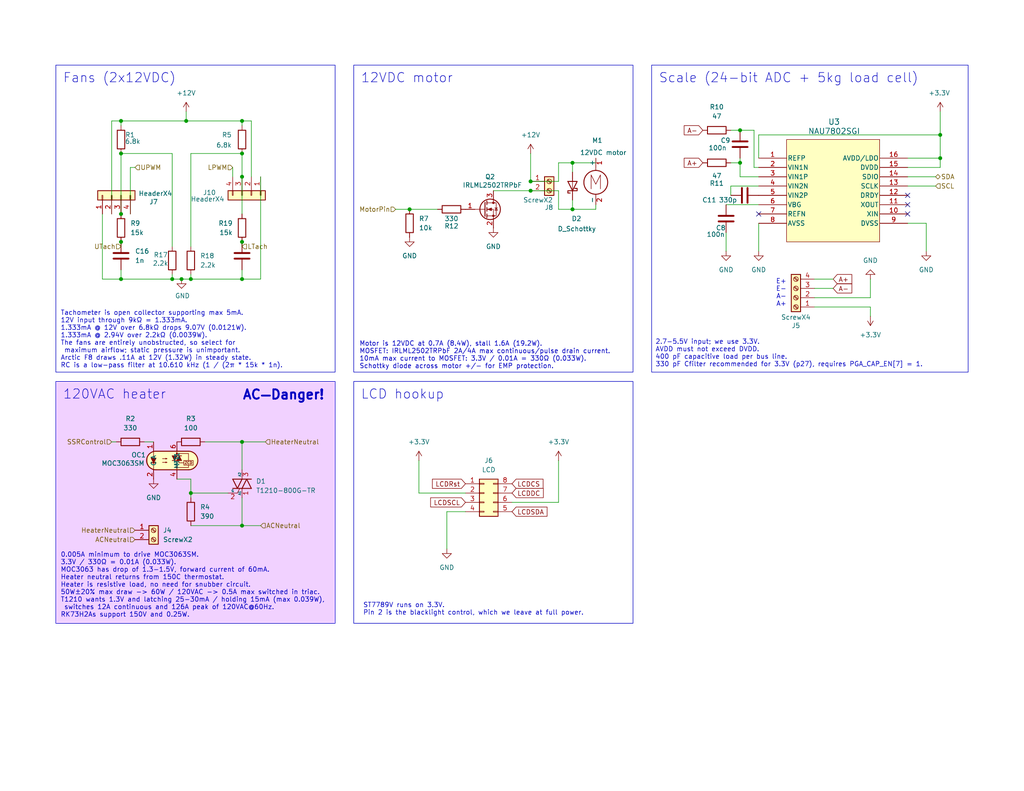
<source format=kicad_sch>
(kicad_sch (version 20250114) (generator "eeschema") (generator_version "9.0")
  (paper "USLetter")
  (title_block (title "dankdryer") (date "2025-03-26") (rev "2.1.2") (company "dirty south supercomputing") (comment 1 "nick black"))
  (lib_symbols
    (symbol "C_1" (pin_numbers (hide yes)) (pin_names (offset 0.254))
      (property "Reference" "C" (at 0.635 2.54 0))
      (property "Value" "C" (at 0.635 -2.54 0))
      (symbol "C_1_0_1"
        (polyline (pts (xy -2.032 0.762) (xy 2.032 0.762)) (stroke (width 0.508)))
        (polyline (pts (xy -2.032 -0.762) (xy 2.032 -0.762)) (stroke (width 0.508)))
      )
      (symbol "C_1_1_1"
        (pin passive line (at 0 3.81 270) (length 2.794) (name "~") (number "1"))
        (pin passive line (at 0 -3.81 90) (length 2.794) (name "~") (number "2"))
      )
    )
    (symbol "Connector:Screw_Terminal_01x02" (pin_names (offset 1.016) (hide yes))
      (property "Reference" "J" (at 0 2.54 0))
      (property "Value" "Screw_Terminal_01x02" (at 0 -5.08 0))
      (symbol "Screw_Terminal_01x02_1_1"
        (rectangle (start -1.27 1.27) (end 1.27 -3.81) (stroke (width 0.254)) (fill (type background)))
        (polyline (pts (xy -0.5334 0.3302) (xy 0.3302 -0.508)) (stroke (width 0.1524)))
        (polyline (pts (xy -0.5334 -2.2098) (xy 0.3302 -3.048)) (stroke (width 0.1524)))
        (polyline (pts (xy -0.3556 0.508) (xy 0.508 -0.3302)) (stroke (width 0.1524)))
        (polyline (pts (xy -0.3556 -2.032) (xy 0.508 -2.8702)) (stroke (width 0.1524)))
        (circle (center 0 0) (radius 0.635) (stroke (width 0.1524)))
        (circle (center 0 -2.54) (radius 0.635) (stroke (width 0.1524)))
        (pin passive line (at -5.08 0 0) (length 3.81) (name "Pin_1") (number "1"))
        (pin passive line (at -5.08 -2.54 0) (length 3.81) (name "Pin_2") (number "2"))
      )
    )
    (symbol "Connector:Screw_Terminal_01x04" (pin_names (offset 1.016) (hide yes))
      (property "Reference" "J" (at 0 5.08 0))
      (property "Value" "Screw_Terminal_01x04" (at 0 -7.62 0))
      (symbol "Screw_Terminal_01x04_1_1"
        (rectangle (start -1.27 3.81) (end 1.27 -6.35) (stroke (width 0.254)) (fill (type background)))
        (polyline (pts (xy -0.5334 2.8702) (xy 0.3302 2.032)) (stroke (width 0.1524)))
        (polyline (pts (xy -0.5334 0.3302) (xy 0.3302 -0.508)) (stroke (width 0.1524)))
        (polyline (pts (xy -0.5334 -2.2098) (xy 0.3302 -3.048)) (stroke (width 0.1524)))
        (polyline (pts (xy -0.5334 -4.7498) (xy 0.3302 -5.588)) (stroke (width 0.1524)))
        (polyline (pts (xy -0.3556 3.048) (xy 0.508 2.2098)) (stroke (width 0.1524)))
        (polyline (pts (xy -0.3556 0.508) (xy 0.508 -0.3302)) (stroke (width 0.1524)))
        (polyline (pts (xy -0.3556 -2.032) (xy 0.508 -2.8702)) (stroke (width 0.1524)))
        (polyline (pts (xy -0.3556 -4.572) (xy 0.508 -5.4102)) (stroke (width 0.1524)))
        (circle (center 0 2.54) (radius 0.635) (stroke (width 0.1524)))
        (circle (center 0 0) (radius 0.635) (stroke (width 0.1524)))
        (circle (center 0 -2.54) (radius 0.635) (stroke (width 0.1524)))
        (circle (center 0 -5.08) (radius 0.635) (stroke (width 0.1524)))
        (pin passive line (at -5.08 2.54 0) (length 3.81) (name "Pin_1") (number "1"))
        (pin passive line (at -5.08 0 0) (length 3.81) (name "Pin_2") (number "2"))
        (pin passive line (at -5.08 -2.54 0) (length 3.81) (name "Pin_3") (number "3"))
        (pin passive line (at -5.08 -5.08 0) (length 3.81) (name "Pin_4") (number "4"))
      )
    )
    (symbol "Connector_Generic:Conn_01x04" (pin_names (offset 1.016) (hide yes))
      (property "Reference" "J" (at 0 5.08 0))
      (property "Value" "Conn_01x04" (at 0 -7.62 0))
      (symbol "Conn_01x04_1_1"
        (rectangle (start -1.27 3.81) (end 1.27 -6.35) (stroke (width 0.254)) (fill (type background)))
        (rectangle (start -1.27 2.667) (end 0 2.413) (stroke (width 0.1524)))
        (rectangle (start -1.27 0.127) (end 0 -0.127) (stroke (width 0.1524)))
        (rectangle (start -1.27 -2.413) (end 0 -2.667) (stroke (width 0.1524)))
        (rectangle (start -1.27 -4.953) (end 0 -5.207) (stroke (width 0.1524)))
        (pin passive line (at -5.08 2.54 0) (length 3.81) (name "Pin_1") (number "1"))
        (pin passive line (at -5.08 0 0) (length 3.81) (name "Pin_2") (number "2"))
        (pin passive line (at -5.08 -2.54 0) (length 3.81) (name "Pin_3") (number "3"))
        (pin passive line (at -5.08 -5.08 0) (length 3.81) (name "Pin_4") (number "4"))
      )
    )
    (symbol "Connector_Generic:Conn_02x04_Counter_Clockwise" (pin_names (offset 1.016) (hide yes))
      (property "Reference" "J" (at 1.27 5.08 0))
      (property "Value" "Conn_02x04_Counter_Clockwise" (at 1.27 -7.62 0))
      (symbol "Conn_02x04_Counter_Clockwise_1_1"
        (rectangle (start -1.27 3.81) (end 3.81 -6.35) (stroke (width 0.254)) (fill (type background)))
        (rectangle (start -1.27 2.667) (end 0 2.413) (stroke (width 0.1524)))
        (rectangle (start -1.27 0.127) (end 0 -0.127) (stroke (width 0.1524)))
        (rectangle (start -1.27 -2.413) (end 0 -2.667) (stroke (width 0.1524)))
        (rectangle (start -1.27 -4.953) (end 0 -5.207) (stroke (width 0.1524)))
        (rectangle (start 3.81 2.667) (end 2.54 2.413) (stroke (width 0.1524)))
        (rectangle (start 3.81 0.127) (end 2.54 -0.127) (stroke (width 0.1524)))
        (rectangle (start 3.81 -2.413) (end 2.54 -2.667) (stroke (width 0.1524)))
        (rectangle (start 3.81 -4.953) (end 2.54 -5.207) (stroke (width 0.1524)))
        (pin passive line (at -5.08 2.54 0) (length 3.81) (name "Pin_1") (number "1"))
        (pin passive line (at -5.08 0 0) (length 3.81) (name "Pin_2") (number "2"))
        (pin passive line (at -5.08 -2.54 0) (length 3.81) (name "Pin_3") (number "3"))
        (pin passive line (at -5.08 -5.08 0) (length 3.81) (name "Pin_4") (number "4"))
        (pin passive line (at 7.62 2.54 180) (length 3.81) (name "Pin_8") (number "8"))
        (pin passive line (at 7.62 0 180) (length 3.81) (name "Pin_7") (number "7"))
        (pin passive line (at 7.62 -2.54 180) (length 3.81) (name "Pin_6") (number "6"))
        (pin passive line (at 7.62 -5.08 180) (length 3.81) (name "Pin_5") (number "5"))
      )
    )
    (symbol "Device:C" (pin_numbers (hide yes)) (pin_names (offset 0.254))
      (property "Reference" "C" (at 0.635 2.54 0))
      (property "Value" "C" (at 0.635 -2.54 0))
      (symbol "C_0_1"
        (polyline (pts (xy -2.032 0.762) (xy 2.032 0.762)) (stroke (width 0.508)))
        (polyline (pts (xy -2.032 -0.762) (xy 2.032 -0.762)) (stroke (width 0.508)))
      )
      (symbol "C_1_1"
        (pin passive line (at 0 3.81 270) (length 2.794) (name "~") (number "1"))
        (pin passive line (at 0 -3.81 90) (length 2.794) (name "~") (number "2"))
      )
    )
    (symbol "Device:D_Schottky" (pin_numbers (hide yes)) (pin_names (offset 1.016) (hide yes))
      (property "Reference" "D" (at 0 2.54 0))
      (property "Value" "D_Schottky" (at 0 -2.54 0))
      (symbol "D_Schottky_0_1"
        (polyline (pts (xy -1.905 0.635) (xy -1.905 1.27) (xy -1.27 1.27) (xy -1.27 -1.27) (xy -0.635 -1.27) (xy -0.635 -0.635)) (stroke (width 0.254)))
        (polyline (pts (xy 1.27 1.27) (xy 1.27 -1.27) (xy -1.27 0) (xy 1.27 1.27)) (stroke (width 0.254)))
        (polyline (pts (xy 1.27 0) (xy -1.27 0)))
      )
      (symbol "D_Schottky_1_1"
        (pin passive line (at -3.81 0 0) (length 2.54) (name "K") (number "1"))
        (pin passive line (at 3.81 0 180) (length 2.54) (name "A") (number "2"))
      )
    )
    (symbol "Device:R" (pin_numbers (hide yes)) (pin_names (offset 0))
      (property "Reference" "R" (at 2.032 0 90))
      (property "Value" "R" (at 0 0 90))
      (symbol "R_0_1"
        (rectangle (start -1.016 -2.54) (end 1.016 2.54) (stroke (width 0.254)))
      )
      (symbol "R_1_1"
        (pin passive line (at 0 3.81 270) (length 1.27) (name "~") (number "1"))
        (pin passive line (at 0 -3.81 90) (length 1.27) (name "~") (number "2"))
      )
    )
    (symbol "Motor:Motor_DC" (pin_names (offset 0))
      (property "Reference" "M" (at 2.54 2.54 0))
      (property "Value" "Motor_DC" (at 2.54 -5.08 0))
      (symbol "Motor_DC_0_0"
        (polyline (pts (xy -1.27 -3.302) (xy -1.27 0.508) (xy 0 -2.032) (xy 1.27 0.508) (xy 1.27 -3.302)))
      )
      (symbol "Motor_DC_0_1"
        (polyline (pts (xy 0 2.032) (xy 0 2.54)))
        (polyline (pts (xy 0 1.7272) (xy 0 2.0828)))
        (circle (center 0 -1.524) (radius 3.2512) (stroke (width 0.254)))
        (polyline (pts (xy 0 -4.7752) (xy 0 -5.1816)))
        (polyline (pts (xy 0 -7.62) (xy 0 -7.112)))
      )
      (symbol "Motor_DC_1_1"
        (pin passive line (at 0 5.08 270) (length 2.54) (name "+") (number "1"))
        (pin passive line (at 0 -7.62 90) (length 2.54) (name "-") (number "2"))
      )
    )
    (symbol "Transistor_FET:Q_NMOS_GSD" (pin_names (offset 0) (hide yes))
      (property "Reference" "Q" (at 5.08 1.905 0))
      (property "Value" "Q_NMOS_GSD" (at 5.08 0 0))
      (symbol "Q_NMOS_GSD_0_1"
        (polyline (pts (xy 0.254 1.905) (xy 0.254 -1.905)) (stroke (width 0.254)))
        (polyline (pts (xy 0.254 0) (xy -2.54 0)))
        (polyline (pts (xy 0.762 2.286) (xy 0.762 1.27)) (stroke (width 0.254)))
        (polyline (pts (xy 0.762 0.508) (xy 0.762 -0.508)) (stroke (width 0.254)))
        (polyline (pts (xy 0.762 -1.27) (xy 0.762 -2.286)) (stroke (width 0.254)))
        (polyline (pts (xy 0.762 -1.778) (xy 3.302 -1.778) (xy 3.302 1.778) (xy 0.762 1.778)))
        (polyline (pts (xy 1.016 0) (xy 2.032 0.381) (xy 2.032 -0.381) (xy 1.016 0)) (fill (type outline)))
        (circle (center 1.651 0) (radius 2.794) (stroke (width 0.254)))
        (polyline (pts (xy 2.54 2.54) (xy 2.54 1.778)))
        (circle (center 2.54 1.778) (radius 0.254) (fill (type outline)))
        (circle (center 2.54 -1.778) (radius 0.254) (fill (type outline)))
        (polyline (pts (xy 2.54 -2.54) (xy 2.54 0) (xy 0.762 0)))
        (polyline (pts (xy 2.921 0.381) (xy 3.683 0.381)))
        (polyline (pts (xy 3.302 0.381) (xy 2.921 -0.254) (xy 3.683 -0.254) (xy 3.302 0.381)))
      )
      (symbol "Q_NMOS_GSD_1_1"
        (pin input line (at -5.08 0 0) (length 2.54) (name "G") (number "1"))
        (pin passive line (at 2.54 5.08 270) (length 2.54) (name "D") (number "3"))
        (pin passive line (at 2.54 -5.08 90) (length 2.54) (name "S") (number "2"))
      )
    )
    (symbol "Triac_Thyristor:Generic_Triac_A1GA2" (pin_names (offset 0))
      (property "Reference" "D" (at 3.175 0.635 0))
      (property "Value" "Generic_Triac_A1GA2" (at 3.175 -1.27 0))
      (symbol "Generic_Triac_A1GA2_0_1"
        (polyline (pts (xy -2.54 1.27) (xy 2.54 1.27)) (stroke (width 0.254)))
        (polyline (pts (xy -2.54 1.27) (xy -1.27 -1.27) (xy 0 1.27)) (stroke (width 0.254)))
        (polyline (pts (xy -2.54 -1.27) (xy 2.54 -1.27)) (stroke (width 0.254)))
        (polyline (pts (xy -1.27 -2.54) (xy -0.635 -1.27)))
        (polyline (pts (xy 0 -1.27) (xy 1.27 1.27) (xy 2.54 -1.27)) (stroke (width 0.254)))
      )
      (symbol "Generic_Triac_A1GA2_1_1"
        (pin input line (at -3.81 -2.54 0) (length 2.54) (name "G") (number "2"))
        (pin passive line (at 0 3.81 270) (length 2.54) (name "A2") (number "3"))
        (pin passive line (at 0 -3.81 90) (length 2.54) (name "A1") (number "1"))
      )
    )
    (symbol "dank:MOC3063SM" (pin_names (offset 1.016))
      (property "Reference" "OC1" (at -11.176 1.524 0))
      (property "Value" "MOC3063S" (at -18.034 -0.762 0))
      (symbol "MOC3063SM_0_0"
        (circle (center 1.27 1.905) (radius 0.1778) (fill (type outline)))
        (circle (center 1.27 -1.905) (radius 0.1778) (fill (type outline)))
        (polyline (pts (xy 4.445 0) (xy 4.445 1.905) (xy 1.27 1.905)) (stroke (width 0.1524)))
        (polyline (pts (xy 4.445 -1.27) (xy 4.445 -1.905) (xy 1.27 -1.905)) (stroke (width 0.1524)))
        (text "ZCD" (at 4.445 -0.635 0) (effects (font (size 0.7 0.7))))
      )
      (symbol "MOC3063SM_0_1"
        (polyline (pts (xy -5.715 -0.635) (xy -4.445 -0.635)) (stroke (width 0.254)))
        (polyline (pts (xy -5.08 -0.635) (xy -5.715 0.635) (xy -4.445 0.635) (xy -5.08 -0.635)) (stroke (width 0.254)) (fill (type outline)))
        (polyline (pts (xy -5.08 -2.54) (xy -5.08 -1.27) (xy -5.08 2.54)) (stroke (width 0.1524)))
        (polyline (pts (xy -4.445 2.54) (xy 4.445 2.54)) (stroke (width 0.254)))
        (arc (start -4.4675 -2.54) (mid -6.9851 0) (end -4.4675 2.54) (stroke (width 0.254)))
        (polyline (pts (xy -3.81 2.54) (xy 1.397 2.54) (xy 2.159 2.54) (xy 4.064 2.54) (xy 5.207 2.413) (xy 6.223 1.905) (xy 6.858 0.889) (xy 6.985 0) (xy 6.858 -0.889) (xy 6.35 -1.651) (xy 5.461 -2.286) (xy 4.572 -2.54) (xy -5.08 -2.54) (xy -5.08 -2.54) (xy -5.842 -2.032) (xy -6.35 -1.778) (xy -6.858 -0.508) (xy -6.858 0.254) (xy -6.858 1.016) (xy -6.35 1.778) (xy -5.588 2.286) (xy -4.826 2.54) (xy -3.81 2.54)) (stroke (width 0.01)) (fill (type background)))
        (polyline (pts (xy -2.667 0.508) (xy -1.397 0.508) (xy -1.778 0.381) (xy -1.778 0.635) (xy -1.397 0.508)))
        (polyline (pts (xy -2.667 -0.508) (xy -1.397 -0.508) (xy -1.778 -0.635) (xy -1.778 -0.381) (xy -1.397 -0.508)))
        (polyline (pts (xy 1.27 3.175) (xy 1.27 1.27)) (stroke (width 0.1524)))
        (polyline (pts (xy 1.27 0) (xy 1.27 -2.54)) (stroke (width 0.1524)))
        (polyline (pts (xy 1.905 -0.635) (xy 1.524 0)) (stroke (width 0.1524)))
        (polyline (pts (xy 2.54 -0.635) (xy 1.905 -0.635)) (stroke (width 0.1524)))
        (polyline (pts (xy 2.54 -0.635) (xy 3.175 -0.635)) (stroke (width 0.1524)))
        (rectangle (start 3.175 0) (end 5.715 -1.27) (stroke (width 0.1524)))
        (arc (start 4.4675 2.54) (mid 6.9851 0) (end 4.4675 -2.54) (stroke (width 0.254)))
        (polyline (pts (xy 4.445 -2.54) (xy -4.445 -2.54)) (stroke (width 0.254)))
      )
      (symbol "MOC3063SM_1_1"
        (polyline (pts (xy 0 1.27) (xy 2.54 1.27)) (stroke (width 0.2032)))
        (polyline (pts (xy 0 1.27) (xy 0.635 0) (xy 1.27 1.27)) (stroke (width 0.2032)) (fill (type outline)))
        (polyline (pts (xy 0 0) (xy 2.54 0)) (stroke (width 0.2032)))
        (polyline (pts (xy 1.27 0) (xy 1.905 1.27) (xy 2.54 0)) (stroke (width 0.2032)) (fill (type outline)))
        (pin passive line (at -5.08 5.08 270) (length 2.54) (name "A") (number "1"))
        (pin passive line (at -5.08 -5.08 90) (length 2.54) (name "C") (number "2"))
        (pin free line (at -2.54 0 0) (length 2.54) (hide yes) (name "NC") (number "3"))
        (pin passive line (at 1.27 5.08 270) (length 2.54) (name "MT2") (number "6"))
        (pin passive line (at 1.27 -5.08 90) (length 2.54) (name "MT1") (number "4"))
        (pin no_connect line (at 2.54 0 180) (length 2.54) (hide yes) (name "NC") (number "5"))
      )
    )
    (symbol "dank:NAU7802SGI" (pin_names (offset 0.254))
      (property "Reference" "U3" (at 20.574 9.906 0))
      (property "Value" "NAU7802SGI" (at 20.574 7.366 0))
      (symbol "NAU7802SGI_0_1"
        (pin power_in line (at 0 0 0) (length 7.62) (name "REFP") (number "1"))
        (pin input line (at 0 -2.54 0) (length 7.62) (name "VIN1N") (number "2"))
        (pin input line (at 0 -5.08 0) (length 7.62) (name "VIN1P") (number "3"))
        (pin input line (at 0 -7.62 0) (length 7.62) (name "VIN2N") (number "4"))
        (pin input line (at 0 -10.16 0) (length 7.62) (name "VIN2P") (number "5"))
        (pin passive line (at 0 -12.7 0) (length 7.62) (name "VBG") (number "6"))
        (pin power_in line (at 0 -15.24 0) (length 7.62) (name "REFN") (number "7"))
        (pin power_in line (at 0 -17.78 0) (length 7.62) (name "AVSS") (number "8"))
        (pin power_in line (at 40.64 0 180) (length 7.62) (name "AVDD/LDO") (number "16"))
        (pin power_in line (at 40.64 -2.54 180) (length 7.62) (name "DVDD") (number "15"))
        (pin bidirectional line (at 40.64 -5.08 180) (length 7.62) (name "SDIO") (number "14"))
        (pin input line (at 40.64 -7.62 180) (length 7.62) (name "SCLK") (number "13"))
        (pin output line (at 40.64 -10.16 180) (length 7.62) (name "DRDY") (number "12"))
        (pin output line (at 40.64 -12.7 180) (length 7.62) (name "XOUT") (number "11"))
        (pin input line (at 40.64 -15.24 180) (length 7.62) (name "XIN") (number "10"))
        (pin power_in line (at 40.64 -17.78 180) (length 7.62) (name "DVSS") (number "9"))
      )
      (symbol "NAU7802SGI_1_1"
        (rectangle (start 7.62 5.08) (end 33.02 -22.86) (fill (type background)))
      )
    )
    (symbol "power:+12V" (power) (pin_numbers (hide yes)) (pin_names (offset 0) (hide yes))
      (property "Value" "+12V" (at 0 3.556 0))
      (symbol "+12V_0_1"
        (polyline (pts (xy -0.762 1.27) (xy 0 2.54)))
        (polyline (pts (xy 0 2.54) (xy 0.762 1.27)))
        (polyline (pts (xy 0 0) (xy 0 2.54)))
      )
      (symbol "+12V_1_1"
        (pin power_in line (at 0 0 90) (length 0) (name "~") (number "1"))
      )
    )
    (symbol "power:+3.3V" (power) (pin_numbers (hide yes)) (pin_names (offset 0) (hide yes))
      (property "Value" "+3.3V" (at 0 3.556 0))
      (symbol "+3.3V_0_1"
        (polyline (pts (xy -0.762 1.27) (xy 0 2.54)))
        (polyline (pts (xy 0 2.54) (xy 0.762 1.27)))
        (polyline (pts (xy 0 0) (xy 0 2.54)))
      )
      (symbol "+3.3V_1_1"
        (pin power_in line (at 0 0 90) (length 0) (name "~") (number "1"))
      )
    )
    (symbol "power:GND" (power) (pin_numbers (hide yes)) (pin_names (offset 0) (hide yes))
      (property "Value" "GND" (at 0 -3.81 0))
      (symbol "GND_0_1"
        (polyline (pts (xy 0 0) (xy 0 -1.27) (xy 1.27 -1.27) (xy 0 -2.54) (xy -1.27 -1.27) (xy 0 -1.27)))
      )
      (symbol "GND_1_1"
        (pin power_in line (at 0 0 270) (length 0) (name "~") (number "1"))
      )
    )
  )
  (text "E+\nE-\nA-\nA+" (at 214.63 80.01 0) (effects (font (size 1.27 1.27)) (justify right)))
  (text "0.005A minimum to drive MOC3063SM.\n3.3V / 330Ω = 0.01A (0.033W).\nMOC3063 has drop of 1.3-1.5V, forward current of 60mA.\nHeater neutral returns from 150C thermostat.\nHeater is resistive load, no need for snubber circuit.\n50W±20% max draw -> 60W / 120VAC -> 0.5A max switched in triac.\nT1210 wants 1.3V and latching 25-30mA / holding 15mA (max 0.039W),\n switches 12A continuous and 126A peak of 120VAC@60Hz.\nRK73H2As support 150V and 0.25W." (at 16.51 159.766 0) (effects (font (size 1.27 1.27) (thickness 0.1588)) (justify left)))
  (text "Motor is 12VDC at 0.7A (8.4W), stall 1.6A (19.2W).\nMOSFET: IRLML2502TRPbF 2A/4A max continuous/pulse drain current.\n10mA max current to MOSFET: 3.3V / 0.01A = 330Ω (0.033W).\nSchottky diode across motor +/- for EMP protection." (at 98.044 97.028 0) (effects (font (size 1.27 1.27) (thickness 0.1588)) (justify left)))
  (text "Tachometer is open collector supporting max 5mA.\n12V input through 9kΩ = 1.333mA.\n1.333mA @ 12V over 6.8kΩ drops 9.07V (0.0121W).\n1.333mA @ 2.94V over 2.2kΩ (0.0039W).\nThe fans are entirely unobstructed, so select for\n maximum airflow; static pressure is unimportant.\nArctic F8 draws .11A at 12V (1.32W) in steady state.\nRC is a low-pass filter at 10.610 kHz (1 / (2π * 15k * 1n)." (at 16.51 92.71 0) (effects (font (size 1.27 1.27)) (justify left)))
  (text "2.7-5.5V input; we use 3.3V.\nAVDD must not exceed DVDD.\n400 pF capacitive load per bus line.\n330 pF Cfilter recommended for 3.3V (p27), requires PGA_CAP_EN[7] = 1." (at 178.816 96.52 0) (effects (font (size 1.27 1.27)) (justify left)))
  (text "AC—Danger!" (at 66.04 107.95 0) (effects (font (size 2.54 2.54) (thickness 0.508) (bold yes)) (justify left)))
  (text "ST7789V runs on 3.3V.\nPin 2 is the blacklight control, which we leave at full power." (at 99.06 166.37 0) (effects (font (size 1.27 1.27)) (justify left)))
  (text_box "120VAC heater" (at 15.24 104.14 0) (size 76.2 66.04) (margins 1.905 1.905 1.905 1.905) (fill (type color) (color 241 209 255 1)) (effects (font (size 2.54 2.54)) (justify left top)))
  (text_box "LCD hookup" (at 96.52 104.14 0) (size 76.2 66.04) (margins 1.905 1.905 1.905 1.905) (effects (font (size 2.54 2.54)) (justify left top)))
  (text_box "Fans (2x12VDC)\n" (at 15.24 17.78 0) (size 76.2 83.82) (margins 1.905 1.905 1.905 1.905) (effects (font (size 2.54 2.54)) (justify left top)))
  (text_box "Scale (24-bit ADC + 5kg load cell)" (at 177.8 17.78 0) (size 86.36 83.82) (margins 1.905 1.905 1.905 1.905) (effects (font (size 2.54 2.54)) (justify left top)))
  (text_box "12VDC motor\n" (at 96.52 17.78 0) (size 76.2 83.82) (margins 1.905 1.905 1.905 1.905) (effects (font (size 2.54 2.54)) (justify left top)))
  (junction (at 33.02 66.04))
  (junction (at 66.04 41.91))
  (junction (at 66.04 143.51))
  (junction (at 156.21 44.45))
  (junction (at 144.78 52.07))
  (junction (at 66.04 120.65))
  (junction (at 201.93 35.56))
  (junction (at 49.53 76.2))
  (junction (at 33.02 58.42))
  (junction (at 111.76 57.15))
  (junction (at 66.04 48.26))
  (junction (at 33.02 41.91))
  (junction (at 66.04 76.2))
  (junction (at 52.07 134.62))
  (junction (at 33.02 33.02))
  (junction (at 256.54 36.83))
  (junction (at 52.07 76.2))
  (junction (at 33.02 76.2))
  (junction (at 46.99 76.2))
  (junction (at 50.8 33.02))
  (junction (at 144.78 49.53))
  (junction (at 66.04 33.02))
  (junction (at 66.04 66.04))
  (junction (at 156.21 57.15))
  (junction (at 256.54 43.18))
  (junction (at 201.93 44.45))
  (no_connect (at 247.65 55.88))
  (no_connect (at 207.01 58.42))
  (no_connect (at 247.65 58.42))
  (no_connect (at 247.65 53.34))
  (wire (pts (xy 247.65 50.8) (xy 255.27 50.8)))
  (wire (pts (xy 35.56 45.72) (xy 35.56 58.42)))
  (wire (pts (xy 66.04 76.2) (xy 71.12 76.2)))
  (wire (pts (xy 66.04 120.65) (xy 72.39 120.65)))
  (wire (pts (xy 30.48 33.02) (xy 33.02 33.02)))
  (wire (pts (xy 52.07 134.62) (xy 52.07 135.89)))
  (wire (pts (xy 66.04 76.2) (xy 66.04 73.66)))
  (wire (pts (xy 52.07 41.91) (xy 52.07 67.31)))
  (wire (pts (xy 71.12 48.26) (xy 71.12 76.2)))
  (wire (pts (xy 139.7 137.16) (xy 152.4 137.16)))
  (wire (pts (xy 207.01 50.8) (xy 199.39 50.8)))
  (wire (pts (xy 152.4 44.45) (xy 156.21 44.45)))
  (wire (pts (xy 237.49 81.28) (xy 222.25 81.28)))
  (wire (pts (xy 252.73 60.96) (xy 252.73 68.58)))
  (wire (pts (xy 227.33 76.2) (xy 222.25 76.2)))
  (wire (pts (xy 33.02 67.31) (xy 33.02 66.04)))
  (wire (pts (xy 114.3 134.62) (xy 127 134.62)))
  (wire (pts (xy 114.3 134.62) (xy 114.3 125.73)))
  (wire (pts (xy 201.93 35.56) (xy 205.74 35.56)))
  (wire (pts (xy 198.12 63.5) (xy 198.12 68.58)))
  (wire (pts (xy 39.37 120.65) (xy 41.91 120.65)))
  (wire (pts (xy 33.02 41.91) (xy 33.02 58.42)))
  (wire (pts (xy 207.01 43.18) (xy 207.01 36.83)))
  (wire (pts (xy 227.33 78.74) (xy 222.25 78.74)))
  (wire (pts (xy 247.65 45.72) (xy 256.54 45.72)))
  (wire (pts (xy 33.02 34.29) (xy 33.02 33.02)))
  (wire (pts (xy 201.93 48.26) (xy 201.93 44.45)))
  (wire (pts (xy 66.04 143.51) (xy 71.12 143.51)))
  (wire (pts (xy 33.02 76.2) (xy 46.99 76.2)))
  (wire (pts (xy 52.07 130.81) (xy 48.26 130.81)))
  (wire (pts (xy 198.12 55.88) (xy 207.01 55.88)))
  (wire (pts (xy 156.21 57.15) (xy 162.56 57.15)))
  (wire (pts (xy 201.93 44.45) (xy 199.39 44.45)))
  (wire (pts (xy 50.8 30.48) (xy 50.8 33.02)))
  (wire (pts (xy 152.4 57.15) (xy 152.4 52.07)))
  (wire (pts (xy 156.21 44.45) (xy 156.21 46.99)))
  (wire (pts (xy 199.39 35.56) (xy 201.93 35.56)))
  (wire (pts (xy 121.92 139.7) (xy 121.92 149.86)))
  (wire (pts (xy 50.8 33.02) (xy 66.04 33.02)))
  (wire (pts (xy 46.99 41.91) (xy 46.99 67.31)))
  (wire (pts (xy 247.65 48.26) (xy 255.27 48.26)))
  (wire (pts (xy 152.4 57.15) (xy 156.21 57.15)))
  (wire (pts (xy 237.49 81.28) (xy 237.49 76.2)))
  (wire (pts (xy 66.04 41.91) (xy 52.07 41.91)))
  (wire (pts (xy 52.07 134.62) (xy 62.23 134.62)))
  (wire (pts (xy 207.01 45.72) (xy 205.74 45.72)))
  (wire (pts (xy 207.01 60.96) (xy 207.01 68.58)))
  (wire (pts (xy 156.21 44.45) (xy 162.56 44.45)))
  (wire (pts (xy 46.99 74.93) (xy 46.99 76.2)))
  (wire (pts (xy 199.39 50.8) (xy 199.39 53.34)))
  (wire (pts (xy 52.07 76.2) (xy 66.04 76.2)))
  (wire (pts (xy 46.99 41.91) (xy 33.02 41.91)))
  (wire (pts (xy 107.95 57.15) (xy 111.76 57.15)))
  (wire (pts (xy 30.48 33.02) (xy 30.48 58.42)))
  (wire (pts (xy 66.04 33.02) (xy 66.04 34.29)))
  (wire (pts (xy 144.78 52.07) (xy 152.4 52.07)))
  (wire (pts (xy 63.5 48.26) (xy 63.5 45.72)))
  (wire (pts (xy 207.01 48.26) (xy 201.93 48.26)))
  (wire (pts (xy 33.02 76.2) (xy 33.02 73.66)))
  (wire (pts (xy 162.56 44.45) (xy 162.56 43.18)))
  (wire (pts (xy 27.94 76.2) (xy 33.02 76.2)))
  (wire (pts (xy 66.04 41.91) (xy 66.04 48.26)))
  (wire (pts (xy 205.74 45.72) (xy 205.74 35.56)))
  (wire (pts (xy 49.53 76.2) (xy 52.07 76.2)))
  (wire (pts (xy 55.88 120.65) (xy 66.04 120.65)))
  (wire (pts (xy 35.56 45.72) (xy 36.83 45.72)))
  (wire (pts (xy 52.07 143.51) (xy 66.04 143.51)))
  (wire (pts (xy 256.54 43.18) (xy 256.54 45.72)))
  (wire (pts (xy 256.54 36.83) (xy 256.54 43.18)))
  (wire (pts (xy 30.48 120.65) (xy 31.75 120.65)))
  (wire (pts (xy 46.99 76.2) (xy 49.53 76.2)))
  (wire (pts (xy 52.07 74.93) (xy 52.07 76.2)))
  (wire (pts (xy 68.58 33.02) (xy 68.58 48.26)))
  (wire (pts (xy 27.94 58.42) (xy 27.94 76.2)))
  (wire (pts (xy 52.07 130.81) (xy 52.07 134.62)))
  (wire (pts (xy 111.76 57.15) (xy 119.38 57.15)))
  (wire (pts (xy 256.54 30.48) (xy 256.54 36.83)))
  (wire (pts (xy 152.4 125.73) (xy 152.4 137.16)))
  (wire (pts (xy 66.04 120.65) (xy 66.04 128.27)))
  (wire (pts (xy 162.56 57.15) (xy 162.56 55.88)))
  (wire (pts (xy 152.4 49.53) (xy 152.4 44.45)))
  (wire (pts (xy 201.93 43.18) (xy 201.93 44.45)))
  (wire (pts (xy 247.65 43.18) (xy 256.54 43.18)))
  (wire (pts (xy 66.04 67.31) (xy 66.04 66.04)))
  (wire (pts (xy 134.62 52.07) (xy 144.78 52.07)))
  (wire (pts (xy 237.49 83.82) (xy 222.25 83.82)))
  (wire (pts (xy 127 139.7) (xy 121.92 139.7)))
  (wire (pts (xy 237.49 83.82) (xy 237.49 86.36)))
  (wire (pts (xy 33.02 33.02) (xy 50.8 33.02)))
  (wire (pts (xy 66.04 135.89) (xy 66.04 143.51)))
  (wire (pts (xy 144.78 41.91) (xy 144.78 49.53)))
  (wire (pts (xy 247.65 60.96) (xy 252.73 60.96)))
  (wire (pts (xy 66.04 48.26) (xy 66.04 58.42)))
  (wire (pts (xy 207.01 36.83) (xy 256.54 36.83)))
  (wire (pts (xy 68.58 33.02) (xy 66.04 33.02)))
  (wire (pts (xy 156.21 54.61) (xy 156.21 57.15)))
  (wire (pts (xy 144.78 49.53) (xy 152.4 49.53)))
  (global_label "LCDCS" (shape input) (at 139.7 132.08 0) (property "Intersheetrefs" "${INTERSHEET_REFS}" (effects (hide yes))))
  (global_label "LCDSCL" (shape input) (at 127 137.16 180) (property "Intersheetrefs" "${INTERSHEET_REFS}" (effects (hide yes))))
  (global_label "A+" (shape input) (at 227.33 76.2 0) (property "Intersheetrefs" "${INTERSHEET_REFS}" (effects (hide yes))))
  (global_label "LCDRst" (shape input) (at 127 132.08 180) (property "Intersheetrefs" "${INTERSHEET_REFS}" (effects (hide yes))))
  (global_label "A-" (shape input) (at 227.33 78.74 0) (property "Intersheetrefs" "${INTERSHEET_REFS}" (effects (hide yes))))
  (global_label "LCDSDA" (shape input) (at 139.7 139.7 0) (property "Intersheetrefs" "${INTERSHEET_REFS}" (effects (hide yes))))
  (global_label "A-" (shape input) (at 191.77 35.56 180) (property "Intersheetrefs" "${INTERSHEET_REFS}" (effects (hide yes))))
  (global_label "A+" (shape input) (at 191.77 44.45 180) (property "Intersheetrefs" "${INTERSHEET_REFS}" (effects (hide yes))))
  (global_label "LCDDC" (shape input) (at 139.7 134.62 0) (property "Intersheetrefs" "${INTERSHEET_REFS}" (effects (hide yes))))
  (hierarchical_label "UTach" (shape input) (at 33.02 67.31 180))
  (hierarchical_label "SCL" (shape input) (at 255.27 50.8 0))
  (hierarchical_label "MotorPin" (shape input) (at 107.95 57.15 180))
  (hierarchical_label "ACNeutral" (shape input) (at 36.83 147.32 180))
  (hierarchical_label "LTach" (shape input) (at 66.04 67.31 0))
  (hierarchical_label "SDA" (shape bidirectional) (at 255.27 48.26 0))
  (hierarchical_label "SSRControl" (shape input) (at 30.48 120.65 180) (effects (font (thickness 0.1588))))
  (hierarchical_label "UPWM" (shape input) (at 36.83 45.72 0))
  (hierarchical_label "ACNeutral" (shape input) (at 71.12 143.51 0))
  (hierarchical_label "LPWM" (shape input) (at 63.5 45.72 180))
  (hierarchical_label "HeaterNeutral" (shape input) (at 36.83 144.78 180))
  (hierarchical_label "HeaterNeutral" (shape input) (at 72.39 120.65 0))
  (symbol (lib_id "power:GND") (at 134.62 62.23 0) (mirror y) (unit 1)
    (property "Reference" "#PWR022" (effects (hide yes)))
    (property "Value" "GND" (at 134.62 67.31 0))
    (property "Description" "Power symbol creates a global label with name \"GND\" , ground" (effects (hide yes)))
  )
  (symbol (lib_id "Connector:Screw_Terminal_01x04") (at 217.17 81.28 180) (unit 1)
    (property "Reference" "J5" (at 217.17 88.9 0))
    (property "Value" "ScrewX4" (at 217.17 86.614 0))
    (property "Footprint" "TerminalBlock:TerminalBlock_bornier-4_P5.08mm" (effects (hide yes)))
    (property "Description" "Generic screw terminal, single row, 01x04, script generated (kicad-library-utils/schlib/autogen/connector/)" (effects (hide yes)))
  )
  (symbol (lib_id "Device:R") (at 66.04 38.1 0) (mirror y) (unit 1)
    (property "Reference" "R5" (at 63.246 36.83 0) (effects (justify left)))
    (property "Value" "6.8k" (at 63.246 39.624 0) (effects (justify left)))
    (property "Footprint" "Resistor_SMD:R_0805_2012Metric_Pad1.20x1.40mm_HandSolder" (effects (hide yes)))
    (property "Description" "Resistor" (effects (hide yes)))
  )
  (symbol (lib_id "Connector_Generic:Conn_01x04") (at 30.48 53.34 90) (unit 1)
    (property "Reference" "J7" (at 41.91 55.118 90))
    (property "Value" "HeaderX4" (at 42.418 52.832 90))
    (property "Footprint" "Connector:FanPinHeader_1x04_P2.54mm_Vertical" (effects (hide yes)))
    (property "Description" "Generic connector, single row, 01x04, script generated (kicad-library-utils/schlib/autogen/connector/)" (effects (hide yes)))
  )
  (symbol (lib_id "power:GND") (at 207.01 68.58 0) (unit 1)
    (property "Reference" "#PWR030" (effects (hide yes)))
    (property "Value" "GND" (at 207.01 73.66 0))
    (property "Description" "Power symbol creates a global label with name \"GND\" , ground" (effects (hide yes)))
  )
  (symbol (lib_id "Connector:Screw_Terminal_01x02") (at 41.91 144.78 0) (unit 1)
    (property "Reference" "J4" (at 44.45 144.7799 0) (effects (justify left)))
    (property "Value" "ScrewX2" (at 44.45 147.3199 0) (effects (justify left)))
    (property "Footprint" "TerminalBlock:TerminalBlock_bornier-2_P5.08mm" (effects (hide yes)))
    (property "Description" "Generic screw terminal, single row, 01x02, script generated (kicad-library-utils/schlib/autogen/connector/)" (effects (hide yes)))
  )
  (symbol (lib_id "power:GND") (at 41.91 130.81 0) (unit 1)
    (property "Reference" "#PWR04" (effects (hide yes)))
    (property "Value" "GND" (at 41.91 135.89 0))
    (property "Description" "Power symbol creates a global label with name \"GND\" , ground" (effects (hide yes)))
  )
  (symbol (lib_id "Device:R") (at 33.02 38.1 0) (mirror y) (unit 1)
    (property "Reference" "R1" (at 36.83 36.83 0) (effects (justify left)))
    (property "Value" "6.8k" (at 38.354 38.608 0) (effects (justify left)))
    (property "Footprint" "Resistor_SMD:R_0805_2012Metric_Pad1.20x1.40mm_HandSolder" (effects (hide yes)))
    (property "Description" "Resistor" (effects (hide yes)))
  )
  (symbol (lib_id "Transistor_FET:Q_NMOS_GSD") (at 132.08 57.15 0) (unit 1)
    (property "Reference" "Q2" (at 132.334 48.26 0) (effects (justify left)))
    (property "Value" "IRLML2502TRPbF" (at 126.238 50.546 0) (effects (justify left)))
    (property "Footprint" "dank:IRLML2502TRPBF" (effects (hide yes)))
    (property "Description" "N-MOSFET transistor, gate/source/drain" (effects (hide yes)))
  )
  (symbol (lib_id "power:+3.3V") (at 152.4 125.73 0) (unit 1)
    (property "Reference" "#PWR036" (effects (hide yes)))
    (property "Value" "+3.3V" (at 152.4 120.65 0))
    (property "Description" "Power symbol creates a global label with name \"+3.3V\"" (effects (hide yes)))
  )
  (symbol (lib_id "Device:R") (at 111.76 60.96 0) (unit 1)
    (property "Reference" "R7" (at 114.3 59.6899 0) (effects (justify left)))
    (property "Value" "10k" (at 114.3 62.2299 0) (effects (justify left)))
    (property "Footprint" "Resistor_SMD:R_1206_3216Metric_Pad1.30x1.75mm_HandSolder" (effects (hide yes)))
    (property "Description" "Resistor" (effects (hide yes)))
  )
  (symbol (lib_id "Device:R") (at 35.56 120.65 270) (mirror x) (unit 1)
    (property "Reference" "R2" (at 35.56 114.3 90))
    (property "Value" "330" (at 35.56 116.84 90))
    (property "Footprint" "Resistor_SMD:R_1206_3216Metric_Pad1.30x1.75mm_HandSolder" (effects (hide yes)))
    (property "Description" "Resistor" (effects (hide yes)))
  )
  (symbol (lib_id "power:GND") (at 237.49 76.2 180) (unit 1)
    (property "Reference" "#PWR018" (effects (hide yes)))
    (property "Value" "GND" (at 237.49 71.12 0))
    (property "Description" "Power symbol creates a global label with name \"GND\" , ground" (effects (hide yes)))
  )
  (symbol (lib_id "Device:R") (at 46.99 71.12 0) (unit 1)
    (property "Reference" "R17" (at 41.91 69.596 0) (effects (justify left)))
    (property "Value" "2.2k" (at 41.656 71.882 0) (effects (justify left)))
    (property "Footprint" "Resistor_SMD:R_0805_2012Metric_Pad1.20x1.40mm_HandSolder" (effects (hide yes)))
    (property "Description" "Resistor" (effects (hide yes)))
  )
  (symbol (lib_id "power:GND") (at 111.76 64.77 0) (unit 1)
    (property "Reference" "#PWR032" (effects (hide yes)))
    (property "Value" "GND" (at 111.76 69.85 0))
    (property "Description" "Power symbol creates a global label with name \"GND\" , ground" (effects (hide yes)))
  )
  (symbol (lib_id "Device:C") (at 203.2 53.34 90) (unit 1)
    (property "Reference" "C11" (at 193.548 54.61 90))
    (property "Value" "330p" (at 198.628 54.61 90))
    (property "Footprint" "Capacitor_SMD:C_0805_2012Metric_Pad1.18x1.45mm_HandSolder" (effects (hide yes)))
    (property "Description" "Unpolarized capacitor" (effects (hide yes)))
  )
  (symbol (lib_id "Device:R") (at 195.58 44.45 90) (unit 1)
    (property "Reference" "R11" (at 195.58 50.038 90))
    (property "Value" "47" (at 195.58 48.006 90))
    (property "Footprint" "Resistor_SMD:R_0805_2012Metric_Pad1.20x1.40mm_HandSolder" (effects (hide yes)))
    (property "Description" "Resistor" (effects (hide yes)))
  )
  (symbol (lib_id "Triac_Thyristor:Generic_Triac_A1GA2") (at 66.04 132.08 0) (unit 1)
    (property "Reference" "D1" (at 69.85 131.3814 0) (effects (justify left)))
    (property "Value" "T1210-800G-TR" (at 69.85 133.9214 0) (effects (justify left)))
    (property "Footprint" "dank:T1210-800G-TR" (effects (hide yes)))
    (property "Datasheet" "https://www.st.com/content/ccc/resource/technical/document/datasheet/aa/8c/87/f6/18/fc/46/93/CD00002267.pdf/files/CD00002267.pdf/jcr:content/translations/en.CD00002267.pdf" (effects (hide yes)))
    (property "Description" "Triode for alternating current, anode1/gate/anode2" (effects (hide yes)))
  )
  (symbol (lib_id "Device:R") (at 66.04 62.23 0) (mirror y) (unit 1)
    (property "Reference" "R19" (at 63.5 60.9599 0) (effects (justify left)))
    (property "Value" "15k" (at 63.5 63.4999 0) (effects (justify left)))
    (property "Footprint" "Resistor_SMD:R_0805_2012Metric_Pad1.20x1.40mm_HandSolder" (effects (hide yes)))
    (property "Description" "Resistor" (effects (hide yes)))
  )
  (symbol (lib_id "Connector:Screw_Terminal_01x02") (at 149.86 49.53 0) (unit 1)
    (property "Reference" "J8" (at 148.59 56.642 0) (effects (justify left)))
    (property "Value" "ScrewX2" (at 150.876 54.61 0) (effects (justify right)))
    (property "Footprint" "TerminalBlock:TerminalBlock_bornier-2_P5.08mm" (effects (hide yes)))
    (property "Description" "Generic screw terminal, single row, 01x02, script generated (kicad-library-utils/schlib/autogen/connector/)" (effects (hide yes)))
  )
  (symbol (lib_name "C_1") (lib_id "Device:C") (at 66.04 69.85 0) (unit 1)
    (property "Reference" "C15" (effects (hide yes)))
    (property "Value" "1n" (effects (hide yes)))
    (property "Footprint" "Capacitor_SMD:C_0805_2012Metric_Pad1.18x1.45mm_HandSolder" (effects (hide yes)))
    (property "Description" "Unpolarized capacitor" (effects (hide yes)))
  )
  (symbol (lib_id "power:GND") (at 198.12 68.58 0) (unit 1)
    (property "Reference" "#PWR031" (effects (hide yes)))
    (property "Value" "GND" (at 198.12 73.66 0))
    (property "Description" "Power symbol creates a global label with name \"GND\" , ground" (effects (hide yes)))
  )
  (symbol (lib_id "Device:C") (at 198.12 59.69 0) (unit 1)
    (property "Reference" "C8" (at 195.326 62.23 0) (effects (justify left)))
    (property "Value" "100n" (at 192.786 64.008 0) (effects (justify left)))
    (property "Footprint" "Capacitor_SMD:C_0805_2012Metric_Pad1.18x1.45mm_HandSolder" (effects (hide yes)))
    (property "Description" "Unpolarized capacitor" (effects (hide yes)))
  )
  (symbol (lib_id "Device:R") (at 195.58 35.56 90) (unit 1)
    (property "Reference" "R10" (at 195.58 29.21 90))
    (property "Value" "47" (at 195.58 31.75 90))
    (property "Footprint" "Resistor_SMD:R_0805_2012Metric_Pad1.20x1.40mm_HandSolder" (effects (hide yes)))
    (property "Description" "Resistor" (effects (hide yes)))
  )
  (symbol (lib_id "power:+3.3V") (at 114.3 125.73 0) (unit 1)
    (property "Reference" "#PWR049" (effects (hide yes)))
    (property "Value" "+3.3V" (at 114.3 120.65 0))
    (property "Description" "Power symbol creates a global label with name \"+3.3V\"" (effects (hide yes)))
  )
  (symbol (lib_id "Connector_Generic:Conn_01x04") (at 68.58 53.34 270) (unit 1)
    (property "Reference" "J10" (at 57.15 52.578 90))
    (property "Value" "HeaderX4" (at 56.642 54.356 90))
    (property "Footprint" "Connector:FanPinHeader_1x04_P2.54mm_Vertical" (effects (hide yes)))
    (property "Description" "Generic connector, single row, 01x04, script generated (kicad-library-utils/schlib/autogen/connector/)" (effects (hide yes)))
  )
  (symbol (lib_id "power:GND") (at 121.92 149.86 0) (unit 1)
    (property "Reference" "#PWR029" (effects (hide yes)))
    (property "Value" "GND" (at 121.92 154.94 0))
    (property "Description" "Power symbol creates a global label with name \"GND\" , ground" (effects (hide yes)))
  )
  (symbol (lib_id "Device:D_Schottky") (at 156.21 50.8 90) (unit 1) (on_board no)
    (property "Reference" "D2" (at 155.956 59.69 90) (effects (justify right)))
    (property "Value" "D_Schottky" (at 152.146 62.484 90) (effects (justify right)))
    (property "Description" "Schottky diode" (effects (hide yes)))
  )
  (symbol (lib_id "power:GND") (at 49.53 76.2 0) (unit 1)
    (property "Reference" "#PWR025" (effects (hide yes)))
    (property "Value" "GND" (at 49.784 80.772 0))
    (property "Description" "Power symbol creates a global label with name \"GND\" , ground" (effects (hide yes)))
  )
  (symbol (lib_id "power:+12V") (at 144.78 41.91 0) (unit 1)
    (property "Reference" "#PWR033" (effects (hide yes)))
    (property "Value" "+12V" (at 144.78 36.83 0))
    (property "Description" "Power symbol creates a global label with name \"+12V\"" (effects (hide yes)))
  )
  (symbol (lib_id "Device:R") (at 52.07 139.7 0) (unit 1)
    (property "Reference" "R4" (at 54.61 138.4299 0) (effects (justify left)))
    (property "Value" "390" (at 54.61 140.9699 0) (effects (justify left)))
    (property "Footprint" "Resistor_SMD:R_0805_2012Metric_Pad1.20x1.40mm_HandSolder" (effects (hide yes)))
    (property "Description" "Resistor" (effects (hide yes)))
  )
  (symbol (lib_id "Connector_Generic:Conn_02x04_Counter_Clockwise") (at 132.08 134.62 0) (unit 1)
    (property "Reference" "J6" (at 133.35 125.73 0))
    (property "Value" "LCD" (at 133.35 128.27 0))
    (property "Footprint" "dank:JST_PHD_B8B-PHDSS_2x04_P2.00mm_Vertical" (effects (hide yes)))
    (property "Description" "Generic connector, double row, 02x04, counter clockwise pin numbering scheme (similar to DIP package numbering), script generated (kicad-library-utils/schlib/autogen/connector/)" (effects (hide yes)))
  )
  (symbol (lib_id "Device:R") (at 52.07 120.65 90) (unit 1)
    (property "Reference" "R3" (at 52.07 114.3 90))
    (property "Value" "100" (at 52.07 116.84 90))
    (property "Footprint" "Resistor_SMD:R_0805_2012Metric_Pad1.20x1.40mm_HandSolder" (effects (hide yes)))
    (property "Description" "Resistor" (effects (hide yes)))
  )
  (symbol (lib_id "dank:MOC3063SM") (at 46.99 125.73 0) (unit 1)
    (property "Reference" "OC1" (at 35.814 124.206 0) (effects (justify left)))
    (property "Value" "MOC3063SM" (at 27.686 126.492 0) (effects (justify left)))
    (property "Footprint" "dank:MOC306XS_LTO" (effects (hide yes)))
    (property "Datasheet" "https://www.tme.eu/Document/a814ef315551e230181c0a924579d1c4/MOC3061M.pdf" (effects (hide yes)))
    (property "Description" "SMDIP-6 Optocoupler, Phototriac output with zero-crossing detection, 4kV, 600V, Alternate KiCAD Library" (effects (hide yes)))
  )
  (symbol (lib_id "power:+12V") (at 50.8 30.48 0) (unit 1)
    (property "Reference" "#PWR044" (effects (hide yes)))
    (property "Value" "+12V" (at 50.8 25.4 0))
    (property "Description" "Power symbol creates a global label with name \"+12V\"" (effects (hide yes)))
  )
  (symbol (lib_id "Device:R") (at 33.02 62.23 0) (unit 1)
    (property "Reference" "R9" (at 35.56 60.9599 0) (effects (justify left)))
    (property "Value" "15k" (at 35.56 63.4999 0) (effects (justify left)))
    (property "Footprint" "Resistor_SMD:R_0805_2012Metric_Pad1.20x1.40mm_HandSolder" (effects (hide yes)))
    (property "Description" "Resistor" (effects (hide yes)))
  )
  (symbol (lib_id "Device:C") (at 33.02 69.85 0) (unit 1)
    (property "Reference" "C16" (at 36.83 68.5799 0) (effects (justify left)))
    (property "Value" "1n" (at 36.83 71.1199 0) (effects (justify left)))
    (property "Footprint" "Capacitor_SMD:C_0805_2012Metric_Pad1.18x1.45mm_HandSolder" (effects (hide yes)))
    (property "Description" "Unpolarized capacitor" (effects (hide yes)))
  )
  (symbol (lib_id "Device:C") (at 201.93 39.37 0) (unit 1)
    (property "Reference" "C9" (at 196.596 38.354 0) (effects (justify left)))
    (property "Value" "100n" (at 193.294 40.386 0) (effects (justify left)))
    (property "Footprint" "Capacitor_SMD:C_0805_2012Metric_Pad1.18x1.45mm_HandSolder" (effects (hide yes)))
    (property "Description" "Unpolarized capacitor" (effects (hide yes)))
  )
  (symbol (lib_id "Device:R") (at 52.07 71.12 0) (unit 1)
    (property "Reference" "R18" (at 54.61 69.8499 0) (effects (justify left)))
    (property "Value" "2.2k" (at 54.61 72.3899 0) (effects (justify left)))
    (property "Footprint" "Resistor_SMD:R_0805_2012Metric_Pad1.20x1.40mm_HandSolder" (effects (hide yes)))
    (property "Description" "Resistor" (effects (hide yes)))
  )
  (symbol (lib_id "power:+3.3V") (at 237.49 86.36 180) (unit 1)
    (property "Reference" "#PWR019" (effects (hide yes)))
    (property "Value" "+3.3V" (at 237.49 91.44 0))
    (property "Description" "Power symbol creates a global label with name \"+3.3V\"" (effects (hide yes)))
  )
  (symbol (lib_id "power:GND") (at 252.73 68.58 0) (unit 1)
    (property "Reference" "#PWR026" (effects (hide yes)))
    (property "Value" "GND" (at 252.73 73.66 0))
    (property "Description" "Power symbol creates a global label with name \"GND\" , ground" (effects (hide yes)))
  )
  (symbol (lib_id "dank:NAU7802SGI") (at 207.01 43.18 0) (unit 1)
    (property "Reference" "U3" (at 227.584 33.274 0) (effects (font (size 1.524 1.524))))
    (property "Value" "NAU7802SGI" (at 227.584 35.814 0) (effects (font (size 1.524 1.524))))
    (property "Footprint" "dank:SOI16_NAU7802SGI_NUV" (effects (hide yes)))
    (property "Datasheet" "NAU7802SGI" (effects (hide yes)))
  )
  (symbol (lib_id "Device:R") (at 123.19 57.15 90) (unit 1)
    (property "Reference" "R12" (at 123.19 61.722 90))
    (property "Value" "330" (at 123.19 59.69 90))
    (property "Footprint" "Resistor_SMD:R_1206_3216Metric_Pad1.30x1.75mm_HandSolder" (effects (hide yes)))
    (property "Description" "Resistor" (effects (hide yes)))
  )
  (symbol (lib_id "power:+3.3V") (at 256.54 30.48 0) (unit 1)
    (property "Reference" "#PWR027" (effects (hide yes)))
    (property "Value" "+3.3V" (at 256.286 25.4 0))
    (property "Description" "Power symbol creates a global label with name \"+3.3V\"" (effects (hide yes)))
  )
  (symbol (lib_id "Motor:Motor_DC") (at 162.56 48.26 0) (unit 1) (on_board no)
    (property "Reference" "M1" (at 161.544 38.354 0) (effects (justify left)))
    (property "Value" "12VDC motor" (at 158.242 41.656 0) (effects (justify left)))
    (property "Description" "DC Motor" (effects (hide yes)))
  )
)
</source>
